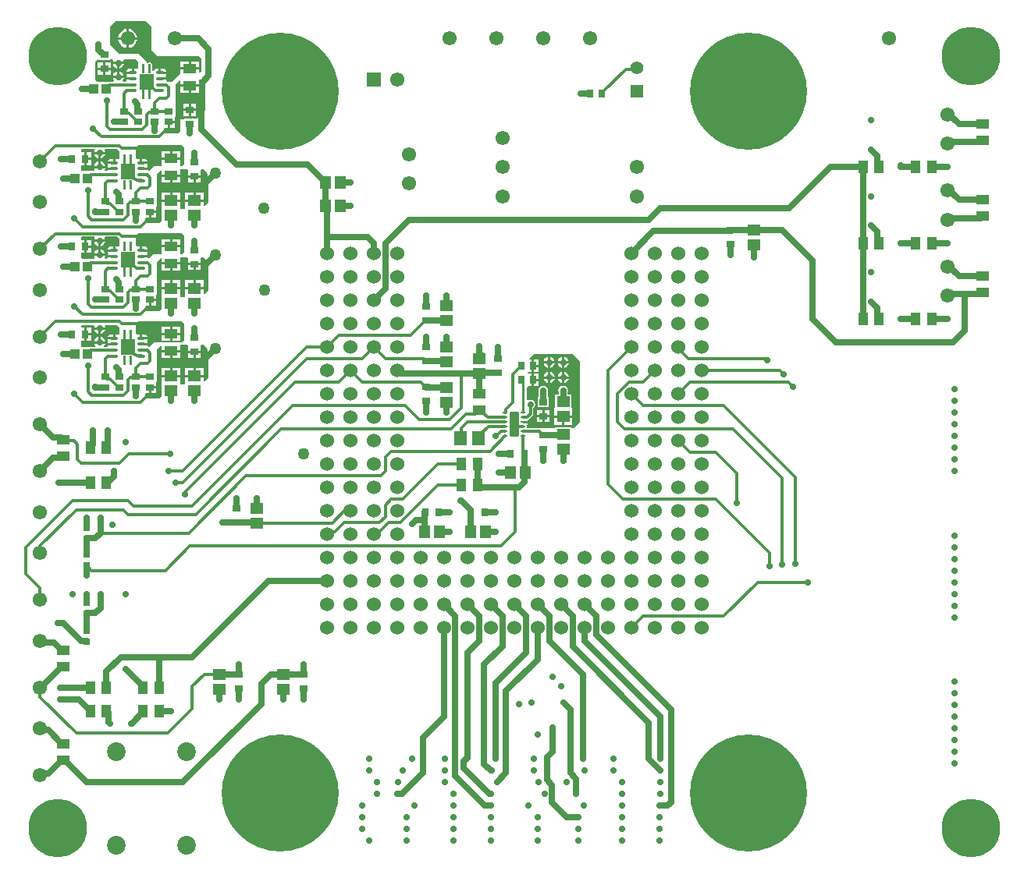
<source format=gbl>
G04*
G04 #@! TF.GenerationSoftware,Altium Limited,Altium Designer,19.1.7 (138)*
G04*
G04 Layer_Physical_Order=4*
G04 Layer_Color=16711680*
%FSLAX25Y25*%
%MOIN*%
G70*
G01*
G75*
%ADD13C,0.01000*%
%ADD23C,0.06000*%
%ADD24C,0.07956*%
%ADD30C,0.01968*%
%ADD32C,0.01200*%
%ADD33C,0.02500*%
%ADD34C,0.06102*%
%ADD35C,0.00394*%
%ADD36R,0.06102X0.06102*%
%ADD37C,0.05512*%
%ADD38R,0.05512X0.05512*%
%ADD39C,0.25000*%
%ADD40C,0.02800*%
%ADD41C,0.05000*%
%ADD42C,0.50000*%
%ADD44R,0.04331X0.05512*%
%ADD45R,0.05512X0.04331*%
G04:AMPARAMS|DCode=46|XSize=13.78mil|YSize=33.47mil|CornerRadius=2mil|HoleSize=0mil|Usage=FLASHONLY|Rotation=90.000|XOffset=0mil|YOffset=0mil|HoleType=Round|Shape=RoundedRectangle|*
%AMROUNDEDRECTD46*
21,1,0.01378,0.02947,0,0,90.0*
21,1,0.00978,0.03347,0,0,90.0*
1,1,0.00400,0.01473,0.00489*
1,1,0.00400,0.01473,-0.00489*
1,1,0.00400,-0.01473,-0.00489*
1,1,0.00400,-0.01473,0.00489*
%
%ADD46ROUNDEDRECTD46*%
G04:AMPARAMS|DCode=47|XSize=68.9mil|YSize=59.06mil|CornerRadius=2.07mil|HoleSize=0mil|Usage=FLASHONLY|Rotation=90.000|XOffset=0mil|YOffset=0mil|HoleType=Round|Shape=RoundedRectangle|*
%AMROUNDEDRECTD47*
21,1,0.06890,0.05492,0,0,90.0*
21,1,0.06476,0.05906,0,0,90.0*
1,1,0.00413,0.02746,0.03238*
1,1,0.00413,0.02746,-0.03238*
1,1,0.00413,-0.02746,-0.03238*
1,1,0.00413,-0.02746,0.03238*
%
%ADD47ROUNDEDRECTD47*%
%ADD48R,0.03543X0.03150*%
%ADD49R,0.03150X0.03543*%
G04:AMPARAMS|DCode=50|XSize=39.37mil|YSize=104.33mil|CornerRadius=1.97mil|HoleSize=0mil|Usage=FLASHONLY|Rotation=180.000|XOffset=0mil|YOffset=0mil|HoleType=Round|Shape=RoundedRectangle|*
%AMROUNDEDRECTD50*
21,1,0.03937,0.10039,0,0,180.0*
21,1,0.03543,0.10433,0,0,180.0*
1,1,0.00394,-0.01772,0.05020*
1,1,0.00394,0.01772,0.05020*
1,1,0.00394,0.01772,-0.05020*
1,1,0.00394,-0.01772,-0.05020*
%
%ADD50ROUNDEDRECTD50*%
G04:AMPARAMS|DCode=51|XSize=19.68mil|YSize=9.84mil|CornerRadius=1.97mil|HoleSize=0mil|Usage=FLASHONLY|Rotation=180.000|XOffset=0mil|YOffset=0mil|HoleType=Round|Shape=RoundedRectangle|*
%AMROUNDEDRECTD51*
21,1,0.01968,0.00591,0,0,180.0*
21,1,0.01575,0.00984,0,0,180.0*
1,1,0.00394,-0.00787,0.00295*
1,1,0.00394,0.00787,0.00295*
1,1,0.00394,0.00787,-0.00295*
1,1,0.00394,-0.00787,-0.00295*
%
%ADD51ROUNDEDRECTD51*%
%ADD52R,0.05709X0.05118*%
%ADD53R,0.04134X0.04134*%
%ADD54R,0.03347X0.02756*%
%ADD55R,0.05709X0.04134*%
%ADD56R,0.05315X0.06102*%
%ADD57R,0.02953X0.03347*%
%ADD58R,0.03150X0.02756*%
%ADD59R,0.05118X0.05709*%
%ADD60C,0.03200*%
G36*
X149500Y442500D02*
Y439769D01*
X149000Y439485D01*
X148666Y439551D01*
X147693D01*
Y437839D01*
X147193D01*
Y437339D01*
X144498D01*
X144589Y436881D01*
X144805Y436559D01*
X144589Y436237D01*
X144498Y435779D01*
X147193D01*
Y434780D01*
X144498D01*
X144554Y434500D01*
X144249Y434000D01*
X143151D01*
X142884Y434500D01*
X143261Y435064D01*
X143348Y435500D01*
X138652D01*
X138739Y435064D01*
X139116Y434500D01*
X138849Y434000D01*
X132000D01*
X131000Y435000D01*
X131000Y442500D01*
X132000Y443500D01*
X132628D01*
Y443278D01*
X137372D01*
Y443500D01*
X138585D01*
X138821Y443059D01*
X138739Y442936D01*
X138652Y442500D01*
X143348D01*
X143261Y442936D01*
X143179Y443059D01*
X143414Y443500D01*
X148500Y443500D01*
X149500Y442500D01*
D02*
G37*
G36*
X152500Y460000D02*
X155000Y457500D01*
Y447500D01*
X157500Y445000D01*
X175500Y445000D01*
X176500Y444000D01*
Y438500D01*
X175854Y437854D01*
X175354Y438061D01*
Y439142D01*
X171500D01*
X167646D01*
Y437500D01*
X167500D01*
X164000Y434000D01*
X161751D01*
X161446Y434500D01*
X161502Y434780D01*
X158807D01*
Y435779D01*
X161502D01*
X161411Y436237D01*
X161195Y436559D01*
X161411Y436881D01*
X161502Y437339D01*
X158807D01*
Y437839D01*
X158307D01*
Y439551D01*
X157334D01*
X156866Y439458D01*
X156469Y439193D01*
X156203Y438796D01*
X156194Y438750D01*
X155684Y438430D01*
X155480Y438510D01*
Y441480D01*
X155290Y441939D01*
X154831Y442130D01*
X153728D01*
X153500Y442035D01*
X153000Y442324D01*
Y442500D01*
X149500Y446000D01*
X141500Y446000D01*
X137500Y450000D01*
X137500Y457500D01*
X140000Y460000D01*
X152500Y460000D01*
D02*
G37*
G36*
X154831Y437445D02*
X153728D01*
Y441480D01*
X154831D01*
Y437445D01*
D02*
G37*
G36*
X152272D02*
X151169D01*
Y441480D01*
X152272D01*
Y437445D01*
D02*
G37*
G36*
X177000Y435000D02*
X178000Y434000D01*
X178000Y422000D01*
X174328Y418328D01*
X173872Y418222D01*
Y418222D01*
X169128D01*
Y418000D01*
X167500Y418000D01*
Y413000D01*
X166500Y412000D01*
X160500Y412000D01*
X160500Y413858D01*
X160842Y414358D01*
X162000D01*
Y416736D01*
X162500D01*
Y417236D01*
X165173D01*
Y419000D01*
X165500D01*
Y433000D01*
X167146Y434646D01*
X167646Y434439D01*
Y432858D01*
X171500D01*
X175354D01*
Y435000D01*
X177000D01*
D02*
G37*
G36*
X154831Y426520D02*
X153728D01*
Y430555D01*
X154831D01*
Y426520D01*
D02*
G37*
G36*
X152272D02*
X151169D01*
Y430555D01*
X152272D01*
Y426520D01*
D02*
G37*
G36*
X141500Y404246D02*
Y401269D01*
X141000Y400985D01*
X140666Y401051D01*
X139693D01*
Y399339D01*
X139193D01*
Y398839D01*
X136498D01*
X136589Y398381D01*
X136805Y398059D01*
X136589Y397737D01*
X136498Y397280D01*
X139193D01*
Y396280D01*
X136498D01*
X136505Y396246D01*
X136095Y395746D01*
X135316D01*
X135049Y396246D01*
X135261Y396564D01*
X135348Y397000D01*
X130652D01*
X130739Y396564D01*
X130951Y396246D01*
X130684Y395746D01*
X125500D01*
X125000Y396246D01*
Y398228D01*
X126453D01*
Y401000D01*
Y403772D01*
X125000D01*
Y404746D01*
X125500Y405246D01*
X130679D01*
X130946Y404746D01*
X130739Y404436D01*
X130652Y404000D01*
X135348D01*
X135261Y404436D01*
X135054Y404746D01*
X135321Y405246D01*
X140500D01*
X141500Y404246D01*
D02*
G37*
G36*
X146831Y398945D02*
X145728D01*
Y402980D01*
X146831D01*
Y398945D01*
D02*
G37*
G36*
X144272D02*
X143169D01*
Y402980D01*
X144272D01*
Y398945D01*
D02*
G37*
G36*
X169000Y405746D02*
Y398746D01*
X168000Y397746D01*
X167718D01*
X167354Y398075D01*
X167354Y398246D01*
Y400642D01*
X163500D01*
X159646D01*
Y398246D01*
X159646Y398075D01*
X159282Y397746D01*
X156000D01*
X154298Y396044D01*
X153927Y396061D01*
X153524Y396280D01*
X150807D01*
Y397280D01*
X153502D01*
X153411Y397737D01*
X153195Y398059D01*
X153411Y398381D01*
X153502Y398839D01*
X150807D01*
Y399339D01*
X150307D01*
Y401051D01*
X149334D01*
X149000Y400985D01*
X148500Y401269D01*
Y405746D01*
X149500Y406746D01*
X168000D01*
X169000Y405746D01*
D02*
G37*
G36*
X170434Y396500D02*
X170728Y396122D01*
X170728Y396000D01*
Y394047D01*
X173500D01*
X176272D01*
Y396000D01*
X176566Y396500D01*
X177500D01*
X178973Y395027D01*
X178970Y395000D01*
X179090Y394086D01*
X179443Y393235D01*
X179500Y393160D01*
X179500Y382500D01*
X177816Y380816D01*
X177354Y381008D01*
Y382650D01*
X173500D01*
X169646D01*
Y379591D01*
X169183Y379500D01*
X167817D01*
X167354Y379591D01*
Y382650D01*
X163500D01*
X159646D01*
Y379591D01*
X159500Y379500D01*
X159500D01*
Y374500D01*
X158500Y373500D01*
X152500Y373500D01*
X152500Y375358D01*
X152842Y375858D01*
X154000D01*
Y378236D01*
X154500D01*
Y378736D01*
X157173D01*
Y380500D01*
X157500D01*
Y394500D01*
X159146Y396146D01*
X159646Y395939D01*
Y394358D01*
X163500D01*
X167354D01*
Y396500D01*
X170434D01*
D02*
G37*
G36*
X146831Y388020D02*
X145728D01*
Y392055D01*
X146831D01*
Y388020D01*
D02*
G37*
G36*
X144272D02*
X143169D01*
Y392055D01*
X144272D01*
Y388020D01*
D02*
G37*
G36*
X141500Y366746D02*
Y363769D01*
X141000Y363485D01*
X140666Y363551D01*
X139693D01*
Y361839D01*
X139193D01*
Y361339D01*
X136498D01*
X136589Y360881D01*
X136805Y360559D01*
X136589Y360237D01*
X136498Y359780D01*
X139193D01*
Y358780D01*
X136498D01*
X136505Y358746D01*
X136095Y358246D01*
X135316D01*
X135049Y358746D01*
X135261Y359064D01*
X135348Y359500D01*
X130652D01*
X130739Y359064D01*
X130951Y358746D01*
X130684Y358246D01*
X125500D01*
X125000Y358746D01*
Y360728D01*
X126453D01*
Y363500D01*
Y366272D01*
X125000D01*
Y367246D01*
X125500Y367746D01*
X130679D01*
X130946Y367246D01*
X130739Y366936D01*
X130652Y366500D01*
X135348D01*
X135261Y366936D01*
X135054Y367246D01*
X135321Y367746D01*
X140500D01*
X141500Y366746D01*
D02*
G37*
G36*
X146831Y361445D02*
X145728D01*
Y365480D01*
X146831D01*
Y361445D01*
D02*
G37*
G36*
X144272D02*
X143169D01*
Y365480D01*
X144272D01*
Y361445D01*
D02*
G37*
G36*
X169000Y368246D02*
Y361246D01*
X168000Y360246D01*
X167718D01*
X167354Y360575D01*
X167354Y360746D01*
Y363142D01*
X163500D01*
X159646D01*
Y360746D01*
X159646Y360575D01*
X159282Y360246D01*
X156000D01*
X154298Y358544D01*
X153927Y358561D01*
X153524Y358780D01*
X150807D01*
Y359780D01*
X153502D01*
X153411Y360237D01*
X153195Y360559D01*
X153411Y360881D01*
X153502Y361339D01*
X150807D01*
Y361839D01*
X150307D01*
Y363551D01*
X149334D01*
X149000Y363485D01*
X148500Y363769D01*
Y368246D01*
X149500Y369246D01*
X168000D01*
X169000Y368246D01*
D02*
G37*
G36*
X170434Y359000D02*
X170728Y358622D01*
X170728Y358500D01*
Y356547D01*
X173500D01*
X176272D01*
Y358500D01*
X176566Y359000D01*
X177500D01*
X179500Y357000D01*
X179500Y345000D01*
X177816Y343316D01*
X177354Y343508D01*
Y345150D01*
X173500D01*
X169646D01*
Y342091D01*
X169183Y342000D01*
X167817D01*
X167354Y342091D01*
Y345150D01*
X163500D01*
X159646D01*
Y342091D01*
X159500Y342000D01*
X159500D01*
Y337000D01*
X158500Y336000D01*
X152500Y336000D01*
X152500Y337858D01*
X152842Y338358D01*
X154000D01*
Y340736D01*
X154500D01*
Y341236D01*
X157173D01*
Y343000D01*
X157500D01*
Y357000D01*
X159146Y358646D01*
X159646Y358439D01*
Y356858D01*
X163500D01*
X167354D01*
Y359000D01*
X170434D01*
D02*
G37*
G36*
X146831Y350520D02*
X145728D01*
Y354555D01*
X146831D01*
Y350520D01*
D02*
G37*
G36*
X144272D02*
X143169D01*
Y354555D01*
X144272D01*
Y350520D01*
D02*
G37*
G36*
X141500Y329000D02*
Y326269D01*
X141000Y325985D01*
X140666Y326051D01*
X139693D01*
Y324339D01*
X139193D01*
Y323839D01*
X136498D01*
X136589Y323381D01*
X136805Y323059D01*
X136589Y322737D01*
X136498Y322280D01*
X139193D01*
Y321280D01*
X136498D01*
X136554Y321000D01*
X136249Y320500D01*
X135151D01*
X134884Y321000D01*
X135261Y321564D01*
X135348Y322000D01*
X130652D01*
X130739Y321564D01*
X131116Y321000D01*
X130849Y320500D01*
X125500D01*
X125000Y321000D01*
Y323228D01*
X126453D01*
Y326000D01*
Y328772D01*
X125000D01*
Y329500D01*
X125500Y330000D01*
X130586D01*
X130821Y329559D01*
X130739Y329436D01*
X130652Y329000D01*
X135348D01*
X135261Y329436D01*
X135179Y329559D01*
X135415Y330000D01*
X140500D01*
X141500Y329000D01*
D02*
G37*
G36*
X146831Y323945D02*
X145728D01*
Y327980D01*
X146831D01*
Y323945D01*
D02*
G37*
G36*
X144272D02*
X143169D01*
Y327980D01*
X144272D01*
Y323945D01*
D02*
G37*
G36*
X169000Y330500D02*
Y323500D01*
X168000Y322500D01*
X156000D01*
X154189Y320689D01*
X153818Y320725D01*
X153484Y321192D01*
X153502Y321280D01*
X150807D01*
Y322280D01*
X153502D01*
X153411Y322737D01*
X153195Y323059D01*
X153411Y323381D01*
X153502Y323839D01*
X150807D01*
Y324339D01*
X150307D01*
Y326051D01*
X149334D01*
X149000Y325985D01*
X148500Y326269D01*
Y330500D01*
X149500Y331500D01*
X168000D01*
X169000Y330500D01*
D02*
G37*
G36*
X170434Y321500D02*
X170728Y321122D01*
X170728Y321000D01*
Y319047D01*
X173500D01*
X176272D01*
Y321000D01*
X176566Y321500D01*
X177500D01*
X178973Y320027D01*
X178970Y320000D01*
X179090Y319086D01*
X179443Y318235D01*
X179500Y318160D01*
X179500Y307500D01*
X177816Y305816D01*
X177354Y306008D01*
Y307650D01*
X173500D01*
X169646D01*
Y304591D01*
X169183Y304500D01*
X167817D01*
X167354Y304591D01*
Y307650D01*
X163500D01*
X159646D01*
Y304591D01*
X159500Y304500D01*
X159500D01*
Y299500D01*
X158500Y298500D01*
X152500Y298500D01*
X152500Y300358D01*
X152842Y300858D01*
X154000D01*
Y303236D01*
X154500D01*
Y303736D01*
X157173D01*
Y305500D01*
X157500D01*
Y319500D01*
X159146Y321146D01*
X159646Y320939D01*
Y319358D01*
X163500D01*
X167354D01*
Y321500D01*
X170434D01*
D02*
G37*
G36*
X146831Y313020D02*
X145728D01*
Y317055D01*
X146831D01*
Y313020D01*
D02*
G37*
G36*
X144272D02*
X143169D01*
Y317055D01*
X144272D01*
Y313020D01*
D02*
G37*
G36*
X338000Y314500D02*
X338000Y288500D01*
X335500Y286000D01*
X334454D01*
Y286309D01*
X327546D01*
Y286000D01*
X315521D01*
X315340Y286221D01*
Y286811D01*
X315278Y287122D01*
X315218Y287211D01*
X315390Y287326D01*
X315655Y287722D01*
X315707Y287984D01*
X313740D01*
Y288984D01*
X315813D01*
X315921Y289322D01*
X316318Y289588D01*
X317865Y291135D01*
X318130Y291532D01*
X318224Y292000D01*
Y294412D01*
X318442Y294558D01*
X318884Y295220D01*
X319039Y296000D01*
X318884Y296780D01*
X318442Y297442D01*
X317780Y297884D01*
X317000Y298039D01*
X316220Y297884D01*
X316000Y297737D01*
X315500Y298005D01*
X315500Y303385D01*
X316000Y303827D01*
X317618D01*
Y306500D01*
Y309173D01*
X316015Y309173D01*
X315949Y309348D01*
X316302Y309827D01*
X317618D01*
Y312500D01*
Y315173D01*
X316827D01*
X316635Y315635D01*
X318500Y317500D01*
X335000Y317500D01*
X338000Y314500D01*
D02*
G37*
%LPC*%
G36*
X137772Y442122D02*
X135500D01*
Y440047D01*
X137772D01*
Y442122D01*
D02*
G37*
G36*
X134500D02*
X132228D01*
Y440047D01*
X134500D01*
Y442122D01*
D02*
G37*
G36*
X143348Y441500D02*
X141500D01*
Y439652D01*
X141936Y439739D01*
X142730Y440270D01*
X143261Y441064D01*
X143348Y441500D01*
D02*
G37*
G36*
X140500D02*
X138652D01*
X138739Y441064D01*
X139270Y440270D01*
X140064Y439739D01*
X140500Y439652D01*
Y441500D01*
D02*
G37*
G36*
X146693Y439551D02*
X145720D01*
X145251Y439458D01*
X144854Y439193D01*
X144589Y438796D01*
X144498Y438339D01*
X146693D01*
Y439551D01*
D02*
G37*
G36*
X137772Y439047D02*
X135500D01*
Y436972D01*
X137772D01*
Y439047D01*
D02*
G37*
G36*
X134500D02*
X132228D01*
Y436972D01*
X134500D01*
Y439047D01*
D02*
G37*
G36*
X141500Y438348D02*
Y436500D01*
X143348D01*
X143261Y436936D01*
X142730Y437730D01*
X141936Y438261D01*
X141500Y438348D01*
D02*
G37*
G36*
X140500D02*
X140064Y438261D01*
X139270Y437730D01*
X138739Y436936D01*
X138652Y436500D01*
X140500D01*
Y438348D01*
D02*
G37*
G36*
X145500Y456520D02*
Y453000D01*
X149020D01*
X148947Y453558D01*
X148539Y454543D01*
X147889Y455389D01*
X147043Y456039D01*
X146058Y456447D01*
X145500Y456520D01*
D02*
G37*
G36*
X144500D02*
X143942Y456447D01*
X142957Y456039D01*
X142111Y455389D01*
X141461Y454543D01*
X141053Y453558D01*
X140980Y453000D01*
X144500D01*
Y456520D01*
D02*
G37*
G36*
X149020Y452000D02*
X145500D01*
Y448480D01*
X146058Y448553D01*
X147043Y448961D01*
X147889Y449611D01*
X148539Y450457D01*
X148947Y451442D01*
X149020Y452000D01*
D02*
G37*
G36*
X144500D02*
X140980D01*
X141053Y451442D01*
X141461Y450457D01*
X142111Y449611D01*
X142957Y448961D01*
X143942Y448553D01*
X144500Y448480D01*
Y452000D01*
D02*
G37*
G36*
X175354Y442709D02*
X172000D01*
Y440142D01*
X175354D01*
Y442709D01*
D02*
G37*
G36*
X171000D02*
X167646D01*
Y440142D01*
X171000D01*
Y442709D01*
D02*
G37*
G36*
X160281Y439551D02*
X159307D01*
Y438339D01*
X161502D01*
X161411Y438796D01*
X161145Y439193D01*
X160749Y439458D01*
X160281Y439551D01*
D02*
G37*
G36*
X175354Y431858D02*
X172000D01*
Y429291D01*
X175354D01*
Y431858D01*
D02*
G37*
G36*
X171000D02*
X167646D01*
Y429291D01*
X171000D01*
Y431858D01*
D02*
G37*
G36*
X174272Y424528D02*
X172000D01*
Y422453D01*
X174272D01*
Y424528D01*
D02*
G37*
G36*
X171000D02*
X168728D01*
Y422453D01*
X171000D01*
Y424528D01*
D02*
G37*
G36*
X174272Y421453D02*
X172000D01*
Y419378D01*
X174272D01*
Y421453D01*
D02*
G37*
G36*
X171000D02*
X168728D01*
Y419378D01*
X171000D01*
Y421453D01*
D02*
G37*
G36*
X165173Y416236D02*
X163000D01*
Y414358D01*
X165173D01*
Y416236D01*
D02*
G37*
G36*
X129528Y403772D02*
X127453D01*
Y401500D01*
X129528D01*
Y403772D01*
D02*
G37*
G36*
X135348Y403000D02*
X133500D01*
Y401152D01*
X133936Y401239D01*
X134730Y401770D01*
X135261Y402564D01*
X135348Y403000D01*
D02*
G37*
G36*
X132500D02*
X130652D01*
X130739Y402564D01*
X131270Y401770D01*
X132064Y401239D01*
X132500Y401152D01*
Y403000D01*
D02*
G37*
G36*
X138693Y401051D02*
X137720D01*
X137251Y400958D01*
X136855Y400693D01*
X136589Y400296D01*
X136498Y399839D01*
X138693D01*
Y401051D01*
D02*
G37*
G36*
X129528Y400500D02*
X127453D01*
Y398228D01*
X129528D01*
Y400500D01*
D02*
G37*
G36*
X133500Y399848D02*
Y398000D01*
X135348D01*
X135261Y398436D01*
X134730Y399230D01*
X133936Y399761D01*
X133500Y399848D01*
D02*
G37*
G36*
X132500D02*
X132064Y399761D01*
X131270Y399230D01*
X130739Y398436D01*
X130652Y398000D01*
X132500D01*
Y399848D01*
D02*
G37*
G36*
X167354Y404209D02*
X164000D01*
Y401642D01*
X167354D01*
Y404209D01*
D02*
G37*
G36*
X163000D02*
X159646D01*
Y401642D01*
X163000D01*
Y404209D01*
D02*
G37*
G36*
X152280Y401051D02*
X151307D01*
Y399839D01*
X153502D01*
X153411Y400296D01*
X153146Y400693D01*
X152749Y400958D01*
X152280Y401051D01*
D02*
G37*
G36*
X176272Y393047D02*
X174000D01*
Y390972D01*
X176272D01*
Y393047D01*
D02*
G37*
G36*
X173000D02*
X170728D01*
Y390972D01*
X173000D01*
Y393047D01*
D02*
G37*
G36*
X167354Y393358D02*
X164000D01*
Y390791D01*
X167354D01*
Y393358D01*
D02*
G37*
G36*
X163000D02*
X159646D01*
Y390791D01*
X163000D01*
Y393358D01*
D02*
G37*
G36*
X177354Y386709D02*
X174000D01*
Y383650D01*
X177354D01*
Y386709D01*
D02*
G37*
G36*
X167354D02*
X164000D01*
Y383650D01*
X167354D01*
Y386709D01*
D02*
G37*
G36*
X173000D02*
X169646D01*
Y383650D01*
X173000D01*
Y386709D01*
D02*
G37*
G36*
X163000D02*
X159646D01*
Y383650D01*
X163000D01*
Y386709D01*
D02*
G37*
G36*
X157173Y377736D02*
X155000D01*
Y375858D01*
X157173D01*
Y377736D01*
D02*
G37*
G36*
X129528Y366272D02*
X127453D01*
Y364000D01*
X129528D01*
Y366272D01*
D02*
G37*
G36*
X135348Y365500D02*
X133500D01*
Y363652D01*
X133936Y363739D01*
X134730Y364270D01*
X135261Y365064D01*
X135348Y365500D01*
D02*
G37*
G36*
X132500D02*
X130652D01*
X130739Y365064D01*
X131270Y364270D01*
X132064Y363739D01*
X132500Y363652D01*
Y365500D01*
D02*
G37*
G36*
X138693Y363551D02*
X137720D01*
X137251Y363458D01*
X136855Y363193D01*
X136589Y362796D01*
X136498Y362339D01*
X138693D01*
Y363551D01*
D02*
G37*
G36*
X129528Y363000D02*
X127453D01*
Y360728D01*
X129528D01*
Y363000D01*
D02*
G37*
G36*
X133500Y362348D02*
Y360500D01*
X135348D01*
X135261Y360936D01*
X134730Y361730D01*
X133936Y362261D01*
X133500Y362348D01*
D02*
G37*
G36*
X132500D02*
X132064Y362261D01*
X131270Y361730D01*
X130739Y360936D01*
X130652Y360500D01*
X132500D01*
Y362348D01*
D02*
G37*
G36*
X167354Y366709D02*
X164000D01*
Y364142D01*
X167354D01*
Y366709D01*
D02*
G37*
G36*
X163000D02*
X159646D01*
Y364142D01*
X163000D01*
Y366709D01*
D02*
G37*
G36*
X152280Y363551D02*
X151307D01*
Y362339D01*
X153502D01*
X153411Y362796D01*
X153146Y363193D01*
X152749Y363458D01*
X152280Y363551D01*
D02*
G37*
G36*
X176272Y355547D02*
X174000D01*
Y353472D01*
X176272D01*
Y355547D01*
D02*
G37*
G36*
X173000D02*
X170728D01*
Y353472D01*
X173000D01*
Y355547D01*
D02*
G37*
G36*
X167354Y355858D02*
X164000D01*
Y353291D01*
X167354D01*
Y355858D01*
D02*
G37*
G36*
X163000D02*
X159646D01*
Y353291D01*
X163000D01*
Y355858D01*
D02*
G37*
G36*
X177354Y349209D02*
X174000D01*
Y346150D01*
X177354D01*
Y349209D01*
D02*
G37*
G36*
X167354D02*
X164000D01*
Y346150D01*
X167354D01*
Y349209D01*
D02*
G37*
G36*
X173000D02*
X169646D01*
Y346150D01*
X173000D01*
Y349209D01*
D02*
G37*
G36*
X163000D02*
X159646D01*
Y346150D01*
X163000D01*
Y349209D01*
D02*
G37*
G36*
X157173Y340236D02*
X155000D01*
Y338358D01*
X157173D01*
Y340236D01*
D02*
G37*
G36*
X129528Y328772D02*
X127453D01*
Y326500D01*
X129528D01*
Y328772D01*
D02*
G37*
G36*
X135348Y328000D02*
X133500D01*
Y326152D01*
X133936Y326239D01*
X134730Y326770D01*
X135261Y327564D01*
X135348Y328000D01*
D02*
G37*
G36*
X132500D02*
X130652D01*
X130739Y327564D01*
X131270Y326770D01*
X132064Y326239D01*
X132500Y326152D01*
Y328000D01*
D02*
G37*
G36*
X138693Y326051D02*
X137720D01*
X137251Y325958D01*
X136855Y325693D01*
X136589Y325296D01*
X136498Y324839D01*
X138693D01*
Y326051D01*
D02*
G37*
G36*
X129528Y325500D02*
X127453D01*
Y323228D01*
X129528D01*
Y325500D01*
D02*
G37*
G36*
X133500Y324848D02*
Y323000D01*
X135348D01*
X135261Y323436D01*
X134730Y324230D01*
X133936Y324761D01*
X133500Y324848D01*
D02*
G37*
G36*
X132500D02*
X132064Y324761D01*
X131270Y324230D01*
X130739Y323436D01*
X130652Y323000D01*
X132500D01*
Y324848D01*
D02*
G37*
G36*
X167354Y329209D02*
X164000D01*
Y326642D01*
X167354D01*
Y329209D01*
D02*
G37*
G36*
X163000D02*
X159646D01*
Y326642D01*
X163000D01*
Y329209D01*
D02*
G37*
G36*
X152280Y326051D02*
X151307D01*
Y324839D01*
X153502D01*
X153411Y325296D01*
X153146Y325693D01*
X152749Y325958D01*
X152280Y326051D01*
D02*
G37*
G36*
X167354Y325642D02*
X164000D01*
Y323075D01*
X167354D01*
Y325642D01*
D02*
G37*
G36*
X163000D02*
X159646D01*
Y323075D01*
X163000D01*
Y325642D01*
D02*
G37*
G36*
X176272Y318047D02*
X174000D01*
Y315972D01*
X176272D01*
Y318047D01*
D02*
G37*
G36*
X173000D02*
X170728D01*
Y315972D01*
X173000D01*
Y318047D01*
D02*
G37*
G36*
X167354Y318358D02*
X164000D01*
Y315791D01*
X167354D01*
Y318358D01*
D02*
G37*
G36*
X163000D02*
X159646D01*
Y315791D01*
X163000D01*
Y318358D01*
D02*
G37*
G36*
X167354Y311709D02*
X164000D01*
Y308650D01*
X167354D01*
Y311709D01*
D02*
G37*
G36*
X177354D02*
X174000D01*
Y308650D01*
X177354D01*
Y311709D01*
D02*
G37*
G36*
X173000D02*
X169646D01*
Y308650D01*
X173000D01*
Y311709D01*
D02*
G37*
G36*
X163000D02*
X159646D01*
Y308650D01*
X163000D01*
Y311709D01*
D02*
G37*
G36*
X157173Y302736D02*
X155000D01*
Y300858D01*
X157173D01*
Y302736D01*
D02*
G37*
G36*
X331500Y316348D02*
Y314500D01*
X333348D01*
X333261Y314936D01*
X332730Y315730D01*
X331936Y316261D01*
X331500Y316348D01*
D02*
G37*
G36*
X330500D02*
X330064Y316261D01*
X329270Y315730D01*
X328739Y314936D01*
X328652Y314500D01*
X330500D01*
Y316348D01*
D02*
G37*
G36*
X325500D02*
Y314500D01*
X327348D01*
X327261Y314936D01*
X326730Y315730D01*
X325936Y316261D01*
X325500Y316348D01*
D02*
G37*
G36*
X324500D02*
X324064Y316261D01*
X323270Y315730D01*
X322739Y314936D01*
X322652Y314500D01*
X324500D01*
Y316348D01*
D02*
G37*
G36*
X320595Y315173D02*
X318618D01*
Y313000D01*
X320595D01*
Y315173D01*
D02*
G37*
G36*
X333348Y313500D02*
X331500D01*
Y311652D01*
X331936Y311739D01*
X332730Y312270D01*
X333261Y313064D01*
X333348Y313500D01*
D02*
G37*
G36*
X330500D02*
X328652D01*
X328739Y313064D01*
X329270Y312270D01*
X330064Y311739D01*
X330500Y311652D01*
Y313500D01*
D02*
G37*
G36*
X327348D02*
X325500D01*
Y311652D01*
X325936Y311739D01*
X326730Y312270D01*
X327261Y313064D01*
X327348Y313500D01*
D02*
G37*
G36*
X324500D02*
X322652D01*
X322739Y313064D01*
X323270Y312270D01*
X324064Y311739D01*
X324500Y311652D01*
Y313500D01*
D02*
G37*
G36*
X320595Y312000D02*
X318618D01*
Y309827D01*
X320595D01*
Y312000D01*
D02*
G37*
G36*
X331500Y309848D02*
Y308000D01*
X333348D01*
X333261Y308436D01*
X332730Y309230D01*
X331936Y309761D01*
X331500Y309848D01*
D02*
G37*
G36*
X330500D02*
X330064Y309761D01*
X329270Y309230D01*
X328739Y308436D01*
X328652Y308000D01*
X330500D01*
Y309848D01*
D02*
G37*
G36*
X325500D02*
Y308000D01*
X327348D01*
X327261Y308436D01*
X326730Y309230D01*
X325936Y309761D01*
X325500Y309848D01*
D02*
G37*
G36*
X324500D02*
X324064Y309761D01*
X323270Y309230D01*
X322739Y308436D01*
X322652Y308000D01*
X324500D01*
Y309848D01*
D02*
G37*
G36*
X318618Y309173D02*
Y307000D01*
X320595D01*
Y309173D01*
X318618D01*
D02*
G37*
G36*
X333348Y307000D02*
X331500D01*
Y305152D01*
X331936Y305239D01*
X332730Y305770D01*
X333261Y306564D01*
X333348Y307000D01*
D02*
G37*
G36*
X330500D02*
X328652D01*
X328739Y306564D01*
X329270Y305770D01*
X330064Y305239D01*
X330500Y305152D01*
Y307000D01*
D02*
G37*
G36*
X327348D02*
X325500D01*
Y305152D01*
X325936Y305239D01*
X326730Y305770D01*
X327261Y306564D01*
X327348Y307000D01*
D02*
G37*
G36*
X324500D02*
X322652D01*
X322739Y306564D01*
X323270Y305770D01*
X324064Y305239D01*
X324500Y305152D01*
Y307000D01*
D02*
G37*
G36*
X320595Y306000D02*
X318618D01*
Y303827D01*
X320595D01*
Y306000D01*
D02*
G37*
G36*
X322500Y304039D02*
X321720Y303884D01*
X321058Y303442D01*
X320616Y302780D01*
X320461Y302000D01*
X320614Y301231D01*
Y299128D01*
X320128D01*
Y294778D01*
X324872D01*
Y299128D01*
X324386D01*
Y301231D01*
X324539Y302000D01*
X324384Y302780D01*
X323942Y303442D01*
X323280Y303884D01*
X322500Y304039D01*
D02*
G37*
G36*
X325272Y293622D02*
X323000D01*
Y291547D01*
X325272D01*
Y293622D01*
D02*
G37*
G36*
X322000D02*
X319728D01*
Y291547D01*
X322000D01*
Y293622D01*
D02*
G37*
G36*
X331000Y304039D02*
X330220Y303884D01*
X329558Y303442D01*
X329116Y302780D01*
X328961Y302000D01*
X329114Y301231D01*
Y300309D01*
X327546D01*
Y294409D01*
X327146D01*
Y291350D01*
X334854D01*
Y294409D01*
X334454D01*
Y300309D01*
X332886D01*
Y301231D01*
X333039Y302000D01*
X332884Y302780D01*
X332442Y303442D01*
X331780Y303884D01*
X331000Y304039D01*
D02*
G37*
G36*
X325272Y290547D02*
X323000D01*
Y288472D01*
X325272D01*
Y290547D01*
D02*
G37*
G36*
X322000D02*
X319728D01*
Y288472D01*
X322000D01*
Y290547D01*
D02*
G37*
G36*
X334854Y290350D02*
X331500D01*
Y287291D01*
X334854D01*
Y290350D01*
D02*
G37*
G36*
X330500D02*
X327146D01*
Y287291D01*
X330500D01*
Y290350D01*
D02*
G37*
%LPD*%
D13*
X313740Y292421D02*
Y305000D01*
D23*
X230000Y200500D02*
D03*
X250000D02*
D03*
X240000Y210500D02*
D03*
Y200500D02*
D03*
X230000Y210500D02*
D03*
Y220500D02*
D03*
X240000D02*
D03*
Y230500D02*
D03*
X250000D02*
D03*
X230000Y240500D02*
D03*
Y250500D02*
D03*
Y230500D02*
D03*
X240000Y250500D02*
D03*
Y240500D02*
D03*
X260000Y200500D02*
D03*
Y210500D02*
D03*
X270000Y200500D02*
D03*
X300000D02*
D03*
X280000D02*
D03*
X290000D02*
D03*
X250000Y210500D02*
D03*
Y220500D02*
D03*
X270000Y210500D02*
D03*
X260000Y220500D02*
D03*
X270000D02*
D03*
X250000Y240500D02*
D03*
Y250500D02*
D03*
X260000Y230500D02*
D03*
Y250500D02*
D03*
Y240500D02*
D03*
X280000Y210500D02*
D03*
Y220500D02*
D03*
X290000Y210500D02*
D03*
Y220500D02*
D03*
X300000Y210500D02*
D03*
X280000Y230500D02*
D03*
X270000D02*
D03*
X300000Y220500D02*
D03*
X290000Y230500D02*
D03*
X300000D02*
D03*
X230000Y260500D02*
D03*
Y280500D02*
D03*
Y270500D02*
D03*
Y290500D02*
D03*
Y310500D02*
D03*
Y300500D02*
D03*
Y350500D02*
D03*
Y360500D02*
D03*
Y320500D02*
D03*
Y340500D02*
D03*
Y330500D02*
D03*
X240000Y260500D02*
D03*
Y270500D02*
D03*
X250000Y260500D02*
D03*
Y270500D02*
D03*
X240000Y280500D02*
D03*
Y290500D02*
D03*
X250000Y280500D02*
D03*
X240000Y310500D02*
D03*
Y300500D02*
D03*
X260000Y270500D02*
D03*
X250000Y290500D02*
D03*
X260000Y260500D02*
D03*
Y290500D02*
D03*
Y280500D02*
D03*
X250000Y300500D02*
D03*
Y310500D02*
D03*
X260000Y300500D02*
D03*
X250000Y320500D02*
D03*
X260000Y310500D02*
D03*
X240000Y330500D02*
D03*
Y340500D02*
D03*
Y320500D02*
D03*
X250000Y350500D02*
D03*
Y330500D02*
D03*
X240000Y350500D02*
D03*
Y360500D02*
D03*
X250000D02*
D03*
X260000Y330500D02*
D03*
X250000Y340500D02*
D03*
X260000Y320500D02*
D03*
Y350500D02*
D03*
Y340500D02*
D03*
Y360500D02*
D03*
X320000Y200500D02*
D03*
X310000D02*
D03*
X330000Y210500D02*
D03*
Y200500D02*
D03*
X340000D02*
D03*
X350000D02*
D03*
X360000D02*
D03*
X310000Y210500D02*
D03*
Y220500D02*
D03*
X320000Y210500D02*
D03*
Y220500D02*
D03*
Y230500D02*
D03*
X310000D02*
D03*
X330000Y220500D02*
D03*
Y230500D02*
D03*
X340000D02*
D03*
Y210500D02*
D03*
Y220500D02*
D03*
X350000Y210500D02*
D03*
Y220500D02*
D03*
X360000Y210500D02*
D03*
Y230500D02*
D03*
X350000D02*
D03*
X360000Y220500D02*
D03*
Y250500D02*
D03*
Y240500D02*
D03*
X370000Y200500D02*
D03*
Y210500D02*
D03*
X380000D02*
D03*
Y200500D02*
D03*
X390000D02*
D03*
X370000Y220500D02*
D03*
Y230500D02*
D03*
X380000Y220500D02*
D03*
Y230500D02*
D03*
X390000Y220500D02*
D03*
X370000Y240500D02*
D03*
Y250500D02*
D03*
X390000Y230500D02*
D03*
X380000Y250500D02*
D03*
Y240500D02*
D03*
X390000Y210500D02*
D03*
Y240500D02*
D03*
X360000Y260500D02*
D03*
Y270500D02*
D03*
X370000D02*
D03*
Y280500D02*
D03*
X360000D02*
D03*
Y290500D02*
D03*
X370000D02*
D03*
X360000Y310500D02*
D03*
Y300500D02*
D03*
X380000Y260500D02*
D03*
X370000D02*
D03*
X380000Y270500D02*
D03*
Y290500D02*
D03*
Y280500D02*
D03*
X370000Y300500D02*
D03*
Y310500D02*
D03*
X380000Y300500D02*
D03*
Y320500D02*
D03*
Y310500D02*
D03*
X360000Y320500D02*
D03*
Y330500D02*
D03*
X370000Y340500D02*
D03*
X360000D02*
D03*
Y360500D02*
D03*
Y350500D02*
D03*
X370000Y320500D02*
D03*
Y330500D02*
D03*
X380000D02*
D03*
X370000Y350500D02*
D03*
X380000Y340500D02*
D03*
X370000Y360500D02*
D03*
X380000Y350500D02*
D03*
Y360500D02*
D03*
X390000Y250500D02*
D03*
Y260500D02*
D03*
Y270500D02*
D03*
Y280500D02*
D03*
Y300500D02*
D03*
Y290500D02*
D03*
Y310500D02*
D03*
Y320500D02*
D03*
Y340500D02*
D03*
Y330500D02*
D03*
Y350500D02*
D03*
Y360500D02*
D03*
D24*
X140000Y147500D02*
D03*
Y107500D02*
D03*
X170000D02*
D03*
Y147500D02*
D03*
D30*
X310000Y283268D02*
D03*
Y287500D02*
D03*
Y291732D02*
D03*
D32*
X145000Y249000D02*
X174000D01*
X143000Y251000D02*
X145000Y249000D01*
X123000Y251000D02*
X143000D01*
X107500Y235500D02*
X123000Y251000D01*
X107500Y232500D02*
Y235500D01*
X174000Y249000D02*
X210500Y285500D01*
X216500Y305500D02*
X235000D01*
X169500Y258500D02*
X216500Y305500D01*
X169500Y257500D02*
Y258500D01*
X221500Y315500D02*
X245000D01*
X168500Y262500D02*
X221500Y315500D01*
X165500Y262500D02*
X168500D01*
X221500Y320500D02*
X230000D01*
X168500Y267500D02*
X221500Y320500D01*
X162500Y267500D02*
X168500D01*
X145500Y275000D02*
X163000D01*
X199803Y245547D02*
X201303D01*
X141445Y270945D02*
X145500Y275000D01*
X210500Y285500D02*
X283000D01*
X289490Y291990D01*
X293435D01*
X295000Y293555D01*
X295590D01*
X298693Y290453D01*
X306260D01*
X299681Y276000D02*
X306260Y282579D01*
X257500Y276000D02*
X299681D01*
X255000Y273500D02*
X257500Y276000D01*
X277500Y270500D02*
X287555D01*
X277500Y261500D02*
X287555D01*
X289984Y288484D02*
X306260D01*
X255000Y267500D02*
Y273500D01*
X253000Y265500D02*
X255000Y267500D01*
X195500Y265500D02*
X253000D01*
X147500Y252500D02*
X172500D01*
X145000Y255000D02*
X147500Y252500D01*
X121500Y255000D02*
X145000D01*
X101500Y235000D02*
X121500Y255000D01*
X172500Y252500D02*
X215500Y295500D01*
X153000Y433508D02*
X155353Y431155D01*
X145000Y395008D02*
X147353Y392655D01*
X145000Y357508D02*
X147353Y355155D01*
X145000Y320008D02*
X147353Y317655D01*
X125055Y270945D02*
X141445D01*
X123500Y272500D02*
X125055Y270945D01*
X123500Y272500D02*
Y279000D01*
X117945Y280500D02*
X122000D01*
X117500Y280945D02*
X117945Y280500D01*
X122000D02*
X123500Y279000D01*
X116585Y281860D02*
X117175D01*
X107500Y400000D02*
X114000Y406500D01*
X141500D01*
X142500Y405500D01*
X154500D01*
X107500Y362500D02*
X114000Y369000D01*
X107500Y325000D02*
X114000Y331500D01*
X141500D01*
X101500Y223500D02*
Y235000D01*
Y223500D02*
X107500Y217500D01*
X133500Y241000D02*
X171000D01*
X215500Y295500D02*
X263500D01*
X171000Y241000D02*
X195500Y265500D01*
X107500Y212500D02*
Y217500D01*
Y211500D02*
Y212500D01*
X282500Y289500D02*
X287500Y294500D01*
X269500Y289500D02*
X282500D01*
X263500Y295500D02*
X269500Y289500D01*
X287500Y281937D02*
Y286000D01*
X287063Y281500D02*
X287500Y281937D01*
Y286000D02*
X289984Y288484D01*
X310500Y241500D02*
Y260500D01*
X287500Y294500D02*
Y309350D01*
Y309500D01*
X299016Y286516D02*
X306260D01*
X293563Y281063D02*
X299016Y286516D01*
X306392Y292421D02*
Y293892D01*
X309500Y309059D02*
X312441Y312000D01*
X309500Y297000D02*
Y309059D01*
X306392Y293892D02*
X309500Y297000D01*
X161000Y225000D02*
X171500Y235500D01*
X129638Y225000D02*
X161000D01*
X127500Y227138D02*
X129638Y225000D01*
X348632Y430073D02*
X357944Y439385D01*
X348435Y430073D02*
X348632D01*
X357944Y439385D02*
X361885D01*
X272047Y240197D02*
Y241697D01*
X257500Y255500D02*
X262500D01*
X255000Y253000D02*
X257500Y255500D01*
X261500Y245500D02*
X277500Y261500D01*
X256500Y245500D02*
X261500D01*
X171500Y235500D02*
X304500D01*
X271949Y241598D02*
X272047Y241697D01*
X250918Y241418D02*
X252418D01*
X256500Y245500D01*
X252500D02*
X255000Y248000D01*
Y253000D01*
X272024Y250024D02*
X272047Y250000D01*
X250000Y240500D02*
X250918Y241418D01*
X262500Y255500D02*
X277500Y270500D01*
X220000Y180453D02*
X220197D01*
X235000Y305500D02*
X240000Y310500D01*
X245000Y315500D02*
X250000Y320500D01*
X304480Y284547D02*
X306260D01*
X302433Y282500D02*
X304480Y284547D01*
X361885Y439385D02*
X362500Y440000D01*
X347559Y429197D02*
X348435Y430073D01*
X347559Y429000D02*
Y429197D01*
X317000Y292000D02*
Y296000D01*
X315453Y290453D02*
X317000Y292000D01*
X313740Y290453D02*
X315453D01*
X302000Y282500D02*
X302433D01*
X304500Y235500D02*
X310500Y241500D01*
X232350Y245350D02*
X237500Y250500D01*
X200000Y245350D02*
X232350D01*
X191453Y245500D02*
X191500Y245547D01*
X237500Y250500D02*
X240000D01*
X237500Y245500D02*
X252500D01*
X233418Y241418D02*
X237500Y245500D01*
X230918Y241418D02*
X233418D01*
X230000Y240500D02*
X230918Y241418D01*
X306260Y292421D02*
X306392D01*
X271850Y241500D02*
X271949Y241598D01*
X271547Y315500D02*
X272500Y314547D01*
X255000Y315500D02*
X271547D01*
X265756Y325500D02*
X271053Y330797D01*
X235000Y325500D02*
X265756D01*
X177650Y180650D02*
X184000D01*
X172500Y175500D02*
X177650Y180650D01*
X172500Y166000D02*
Y175500D01*
X162000Y155500D02*
X172500Y166000D01*
X123000Y155500D02*
X162000D01*
X107500Y171000D02*
X123000Y155500D01*
X107500Y171000D02*
Y175000D01*
X199803Y245547D02*
X200000Y245350D01*
X412295Y370453D02*
X412476Y370272D01*
X405000Y254000D02*
Y266500D01*
X396000Y275500D02*
X405000Y266500D01*
X385000Y275500D02*
X396000D01*
X380000Y280500D02*
X385000Y275500D01*
X424500Y227500D02*
Y264500D01*
X403500Y285500D02*
X424500Y264500D01*
X430000Y228000D02*
Y265000D01*
X399500Y295500D02*
X430000Y265000D01*
X396000Y255500D02*
X419000Y232500D01*
X356500Y255500D02*
X396000D01*
X350000Y262000D02*
X356500Y255500D01*
X350000Y262000D02*
Y279500D01*
X419000Y227000D02*
Y232500D01*
X350000Y279500D02*
Y310500D01*
X360000Y320500D01*
X357000Y285500D02*
X403500D01*
X354000Y288500D02*
X357000Y285500D01*
X354000Y288500D02*
Y300440D01*
X359060Y305500D01*
X365000D01*
X370000Y310500D01*
X384500Y315500D02*
X417500D01*
X418000Y315000D01*
X380000Y320000D02*
X384500Y315500D01*
X423500Y310500D02*
X425000Y309000D01*
X390000Y310500D02*
X423500D01*
X427000Y305500D02*
X429000Y303500D01*
X385000Y305500D02*
X427000D01*
X380000Y300500D02*
X385000Y305500D01*
X365000Y295500D02*
X399500D01*
X360000Y300500D02*
X365000Y295500D01*
X414000Y220000D02*
X435500D01*
X399500Y205500D02*
X414000Y220000D01*
X365000Y205500D02*
X399500D01*
X360000Y200500D02*
X365000Y205500D01*
X136278Y381986D02*
X137455D01*
X141205Y378236D02*
X141500D01*
X137455Y381986D02*
X141205Y378236D01*
X135500Y382764D02*
X136278Y381986D01*
X148500Y382764D02*
X154500D01*
X145000Y395008D02*
Y395500D01*
X139104Y391572D02*
X139193Y391661D01*
X138209D02*
X139193D01*
X135500Y390500D02*
X136572Y391572D01*
X139104D01*
X135500Y382764D02*
Y390500D01*
X139104Y394131D02*
X139193Y394220D01*
X129131Y394131D02*
X139104D01*
X126579Y391579D02*
X129131Y394131D01*
X147845Y392655D02*
X148750Y391750D01*
X150718D02*
X150807Y391661D01*
X148750Y391750D02*
X150718D01*
X147353Y392655D02*
X147845D01*
X153368Y394131D02*
X154500Y393000D01*
X150896Y394131D02*
X153368D01*
X154500Y389500D02*
Y393000D01*
X152503Y388497D02*
X153497D01*
X150807Y394220D02*
X150896Y394131D01*
X150500Y388500D02*
X152500D01*
X153497Y388497D02*
X154500Y389500D01*
X152500Y388500D02*
X152503Y388497D01*
X148500Y386500D02*
X150500Y388500D01*
X148500Y382764D02*
Y386500D01*
X148236Y382500D02*
X148500Y382764D01*
X146000Y382500D02*
X148236D01*
X145000Y376988D02*
Y381500D01*
X146000Y382500D01*
X143012Y375000D02*
X145000Y376988D01*
X128000Y376500D02*
X129500Y375000D01*
X128000Y376500D02*
Y387500D01*
X129500Y375000D02*
X143012D01*
X150400Y371900D02*
X153500Y375000D01*
X125797Y371900D02*
X150400D01*
X122197Y375500D02*
X125797Y371900D01*
X136278Y344486D02*
X137455D01*
X141205Y340736D02*
X141500D01*
X137455Y344486D02*
X141205Y340736D01*
X135500Y345264D02*
X136278Y344486D01*
X148500Y345264D02*
X154500D01*
X145000Y357508D02*
Y358000D01*
X147353Y355155D02*
X147845D01*
X139104Y354072D02*
X139193Y354161D01*
X138209D02*
X139193D01*
X135500Y353000D02*
X136572Y354072D01*
X139104D01*
X135500Y345264D02*
Y353000D01*
X139104Y356631D02*
X139193Y356720D01*
X129131Y356631D02*
X139104D01*
X126579Y354079D02*
X129131Y356631D01*
X147845Y355155D02*
X148750Y354250D01*
X150718D02*
X150807Y354161D01*
X148750Y354250D02*
X150718D01*
X153368Y356631D02*
X154500Y355500D01*
X150896Y356631D02*
X153368D01*
X154500Y352000D02*
Y355500D01*
X152503Y350997D02*
X153497D01*
X150807Y356720D02*
X150896Y356631D01*
X150500Y351000D02*
X152500D01*
X153497Y350997D02*
X154500Y352000D01*
X152500Y351000D02*
X152503Y350997D01*
X148500Y349000D02*
X150500Y351000D01*
X148500Y345264D02*
Y349000D01*
X142500Y368000D02*
X154500D01*
X114000Y369000D02*
X141500D01*
X142500Y368000D01*
X148236Y345000D02*
X148500Y345264D01*
X146000Y345000D02*
X148236D01*
X145000Y339488D02*
Y344000D01*
X146000Y345000D01*
X143012Y337500D02*
X145000Y339488D01*
X128000Y339000D02*
X129500Y337500D01*
X128000Y339000D02*
Y350000D01*
X129500Y337500D02*
X143012D01*
X150400Y334400D02*
X153500Y337500D01*
X125797Y334400D02*
X150400D01*
X122197Y338000D02*
X125797Y334400D01*
X136278Y306986D02*
X137455D01*
X141205Y303236D02*
X141500D01*
X137455Y306986D02*
X141205Y303236D01*
X135500Y307764D02*
X136278Y306986D01*
X148500Y307764D02*
X154500D01*
X145000Y320008D02*
Y320500D01*
X139104Y316572D02*
X139193Y316661D01*
X138209D02*
X139193D01*
X135500Y315500D02*
X136572Y316572D01*
X139104D01*
X135500Y307764D02*
Y315500D01*
X139104Y319131D02*
X139193Y319220D01*
X129131Y319131D02*
X139104D01*
X126579Y316579D02*
X129131Y319131D01*
X147845Y317655D02*
X148750Y316750D01*
X150718D02*
X150807Y316661D01*
X148750Y316750D02*
X150718D01*
X147353Y317655D02*
X147845D01*
X153368Y319131D02*
X154500Y318000D01*
X150896Y319131D02*
X153368D01*
X154500Y314500D02*
Y318000D01*
X152503Y313497D02*
X153497D01*
X150807Y319220D02*
X150896Y319131D01*
X150500Y313500D02*
X152500D01*
X153497Y313497D02*
X154500Y314500D01*
X152500Y313500D02*
X152503Y313497D01*
X148500Y311500D02*
X150500Y313500D01*
X148500Y307764D02*
Y311500D01*
X142500Y330500D02*
X154500D01*
X141500Y331500D02*
X142500Y330500D01*
X148236Y307500D02*
X148500Y307764D01*
X146000Y307500D02*
X148236D01*
X145000Y301988D02*
Y306500D01*
X146000Y307500D01*
X143012Y300000D02*
X145000Y301988D01*
X128000Y301500D02*
X129500Y300000D01*
X128000Y301500D02*
Y312500D01*
X129500Y300000D02*
X143012D01*
X150400Y296900D02*
X153500Y300000D01*
X125797Y296900D02*
X150400D01*
X122197Y300500D02*
X125797Y296900D01*
X158400Y410400D02*
X161500Y413500D01*
X133797Y410400D02*
X158400D01*
X130197Y414000D02*
X133797Y410400D01*
X136000Y415000D02*
Y426000D01*
X137500Y413500D02*
X151012D01*
X136000Y415000D02*
X137500Y413500D01*
X151012D02*
X153000Y415488D01*
X145455Y420486D02*
X149205Y416736D01*
X144278Y420486D02*
X145455D01*
X143500Y421264D02*
X144278Y420486D01*
X134579Y430079D02*
X137132Y432631D01*
X147104D01*
X153000Y415488D02*
Y420000D01*
X211598Y180551D02*
X211697Y180453D01*
X211500Y180650D02*
X211598Y180551D01*
X250000Y320500D02*
X255000Y315500D01*
X230000Y320500D02*
X235000Y325500D01*
X272303Y332047D02*
X272500D01*
X143500Y421264D02*
Y429000D01*
X144572Y430072D01*
X147104D01*
X147193Y430161D01*
X146209D02*
X147193D01*
X149205Y416736D02*
X149500D01*
X154000Y421000D02*
X156236D01*
X153000Y420000D02*
X154000Y421000D01*
X156500Y421264D02*
X162500D01*
X156236Y421000D02*
X156500Y421264D01*
Y425000D01*
X158500Y427000D01*
X160500D01*
X160503Y426997D01*
X161497D01*
X162500Y428000D01*
Y431500D01*
X380000Y320000D02*
Y320500D01*
X320709Y284547D02*
X322303Y282953D01*
X313740Y284547D02*
X320709D01*
X270209Y305500D02*
X272303Y303405D01*
X245000Y305500D02*
X270209D01*
X272303Y303405D02*
X272500D01*
X240000Y310500D02*
X245000Y305500D01*
X230000Y260500D02*
Y262500D01*
X158896Y432631D02*
X161369D01*
X158807Y432721D02*
X158896Y432631D01*
X161369D02*
X162500Y431500D01*
X147104Y432631D02*
X147193Y432721D01*
X156750Y430250D02*
X158718D01*
X158807Y430161D01*
X155845Y431155D02*
X156750Y430250D01*
X155353Y431155D02*
X155845D01*
X153000Y433508D02*
Y434000D01*
X313740Y275787D02*
Y282579D01*
X314453Y275000D02*
X315240Y275787D01*
X322303Y291047D02*
X322500D01*
X322303Y282953D02*
X322500D01*
X229976Y260476D02*
X230000Y260500D01*
X310000Y287500D02*
X310984Y286516D01*
X313740D01*
X402656Y370100D02*
X402746D01*
D33*
X199705Y245449D02*
X199803Y245547D01*
X295000Y315945D02*
X295295Y315650D01*
X295000Y321000D02*
X295000Y321000D01*
Y315945D02*
Y321000D01*
X295295Y315650D02*
X296604Y316959D01*
X295000Y300445D02*
Y309350D01*
X295000Y300445D02*
X295000Y300445D01*
X115000Y202500D02*
X117500D01*
X125234Y194766D01*
X127372D01*
X127500Y194638D01*
X295360Y260500D02*
X310500D01*
X294445Y261415D02*
X295360Y260500D01*
X294445Y261415D02*
Y261500D01*
Y270500D01*
X172500Y375850D02*
X173500Y374850D01*
X172500Y338350D02*
X173500Y337350D01*
X172500Y300850D02*
X173500Y299850D01*
X136125Y262320D02*
X139000Y265196D01*
X135835Y262031D02*
X136125Y262320D01*
X135835Y262031D02*
X136414D01*
X139000Y265196D02*
Y267500D01*
X136125Y262320D02*
X136414Y262031D01*
X135945Y262500D02*
X136125Y262320D01*
X115500Y262500D02*
X129055D01*
X116585Y281860D02*
X117500Y280945D01*
X113140Y281860D02*
X116585D01*
X107500Y287500D02*
X113140Y281860D01*
X107500Y267500D02*
X113140Y273140D01*
X116585D02*
X117500Y274055D01*
X113140Y273140D02*
X116585D01*
X326500Y147500D02*
Y158000D01*
X324142Y145142D02*
X326500Y147500D01*
X324142Y135454D02*
Y145142D01*
Y135454D02*
X326250Y133346D01*
X336500Y129500D02*
Y135904D01*
X334000Y138404D02*
X336500Y135904D01*
X367500Y144500D02*
Y160000D01*
Y144500D02*
X372500Y139500D01*
X326250Y125750D02*
Y133346D01*
Y125750D02*
X332443Y119557D01*
X334000Y138404D02*
Y165500D01*
X331000Y168500D02*
X334000Y165500D01*
X332443Y119557D02*
X337443D01*
X337500Y119500D01*
X290000Y145000D02*
Y190000D01*
X288642Y143642D02*
X290000Y145000D01*
X288642Y140402D02*
Y143642D01*
X284850Y137150D02*
Y205650D01*
Y137150D02*
X297500Y124500D01*
X280000Y210500D02*
X284850Y205650D01*
X297500Y124500D02*
X300000D01*
X288642Y140402D02*
X299544Y129500D01*
X300000D01*
X290000Y190000D02*
X295000Y195000D01*
X107500Y175000D02*
X108189Y175689D01*
X107500Y267500D02*
X108475D01*
X129055Y278091D02*
X130000Y279035D01*
Y285000D01*
X107500Y175000D02*
X107854D01*
X183902Y180551D02*
X192402D01*
X113544Y194311D02*
X116909Y190945D01*
X108189Y194311D02*
X113544D01*
X107500Y195000D02*
X108189Y194311D01*
X295000Y309350D02*
X295000Y309350D01*
X310500Y260500D02*
X312000D01*
X314500Y263000D01*
Y266850D01*
X314650Y267000D01*
X287500Y309350D02*
X295000D01*
X261150D02*
X287500D01*
X260000Y310500D02*
X261150Y309350D01*
X265000Y375000D02*
X367500D01*
X255000Y365000D02*
X265000Y375000D01*
X255000Y345500D02*
Y365000D01*
Y345500D02*
X255000Y345500D01*
X146500Y159500D02*
X146557Y159557D01*
X146703D01*
X151555Y164409D01*
Y165000D01*
X178000Y315500D02*
X182500Y320000D01*
X178500Y356000D02*
X182500Y360000D01*
X177500Y390000D02*
X182500Y395000D01*
X175000Y452500D02*
X179500Y448000D01*
Y436500D02*
Y448000D01*
X177000Y434000D02*
X179500Y436500D01*
X165000Y452500D02*
X175000D01*
X271000Y138500D02*
Y153500D01*
X262000Y129500D02*
X271000Y138500D01*
X260500Y129500D02*
X262000D01*
X260081D02*
X260500D01*
X260000Y129581D02*
X260081Y129500D01*
X271000Y153500D02*
X280000Y162500D01*
X250000Y340500D02*
X255000Y345500D01*
X367500Y375000D02*
X372500Y380000D01*
X427500D01*
X445000Y397500D01*
X132500Y450000D02*
X132557Y449943D01*
Y447698D02*
Y449943D01*
Y447698D02*
X134803Y445453D01*
X135000D01*
X117500Y392500D02*
X122343D01*
X129055Y277500D02*
Y278091D01*
X185500Y245500D02*
X191453D01*
X191453Y245500D01*
X136443Y284943D02*
X136500Y285000D01*
X136443Y277998D02*
Y284943D01*
X135945Y277500D02*
X136443Y277998D01*
X127500Y223000D02*
X127500Y223000D01*
Y227138D01*
X127500Y227138D01*
X266500Y245000D02*
X266581D01*
X266500D02*
X266650Y245150D01*
X266581Y245000D02*
X268081Y246500D01*
X272024Y250024D02*
X272024Y250024D01*
X268081Y246500D02*
X271949D01*
X287000Y255000D02*
X287500D01*
X291547Y250953D01*
X271949Y246500D02*
Y249902D01*
Y241598D02*
Y246500D01*
X220000Y180453D02*
Y185000D01*
X220000Y185000D02*
X220000Y185000D01*
Y180453D02*
X220000Y180453D01*
X219902Y180551D02*
X220000Y180453D01*
X192500D02*
X192500Y180453D01*
X192402Y180551D02*
X192500Y180453D01*
X192500Y185000D02*
X192500Y185000D01*
Y180453D02*
Y185000D01*
X331000Y290850D02*
X331098Y290949D01*
X295098Y309449D02*
X302902D01*
X295000Y309350D02*
X295098Y309449D01*
X445000Y397500D02*
X459055D01*
X291547Y250000D02*
Y250953D01*
X291449Y249902D02*
X291547Y250000D01*
X291449Y241598D02*
Y249902D01*
X291350Y241500D02*
X291449Y241598D01*
X271949Y249902D02*
X272047Y250000D01*
X297453Y250000D02*
X302000D01*
X278150Y241500D02*
X282500D01*
X297650Y241500D02*
X302000D01*
X277953Y250000D02*
X282500D01*
X338500Y429000D02*
X342441D01*
X362500Y430000D02*
X363803Y431303D01*
X362500Y440000D02*
X363315D01*
X176500Y413500D02*
Y423000D01*
Y413500D02*
X191500Y398500D01*
X221850D01*
X229350Y391000D01*
X144000Y183000D02*
X144057Y182943D01*
X144203D01*
X151555Y175591D01*
Y175000D02*
Y175591D01*
X142000Y188000D02*
X158500D01*
Y185059D02*
Y188000D01*
X158445Y185004D02*
X158500Y185059D01*
X172500Y188000D02*
X205000Y220500D01*
X158500Y188000D02*
X172500D01*
X135945Y181945D02*
X142000Y188000D01*
X116000Y170000D02*
X124055D01*
X129055Y165000D01*
X137500Y159500D02*
Y159581D01*
X136860Y160221D02*
X137500Y159581D01*
X136860Y160221D02*
Y164085D01*
X135945Y165000D02*
X136860Y164085D01*
X116000Y175000D02*
X129055D01*
X158445Y165000D02*
X163500D01*
X158445Y175000D02*
Y185004D01*
X205000Y220500D02*
X230000D01*
X135945Y175000D02*
Y181945D01*
X168500Y134500D02*
X202000Y168000D01*
X127646Y134500D02*
X168500D01*
X118091Y144055D02*
X127646Y134500D01*
X191598Y245449D02*
X199705D01*
X191500Y245547D02*
X191598Y245449D01*
X133500Y209000D02*
Y215000D01*
X131266Y206766D02*
X133500Y209000D01*
X127628Y206766D02*
X131266D01*
X127500Y206638D02*
X127628Y206766D01*
X133500Y241000D02*
Y247500D01*
X131266Y238766D02*
X133500Y241000D01*
X127628Y238766D02*
X131266D01*
X127500Y238638D02*
X127628Y238766D01*
X127500Y231862D02*
Y238638D01*
X127500Y199362D02*
Y206638D01*
X127500Y206638D01*
X202000Y168000D02*
Y176500D01*
X206150Y180650D02*
X211500D01*
X202000Y176500D02*
X206150Y180650D01*
X117500Y144055D02*
X118091D01*
X127500Y243362D02*
Y247500D01*
X127500Y211362D02*
Y215000D01*
X107500Y137500D02*
X108189Y138189D01*
X111044D01*
X116909Y144055D01*
X117500D01*
X107500Y157500D02*
X108189Y156811D01*
X111044D01*
X116909Y150945D01*
X117500D01*
X107854Y175000D02*
X116909Y184055D01*
X117500D01*
X116909Y190945D02*
X117500D01*
X459055Y365000D02*
Y397500D01*
X502412Y343189D02*
X509134D01*
X495689D02*
X502412D01*
Y327412D02*
Y343189D01*
X497500Y322500D02*
X502412Y327412D01*
X447500Y322500D02*
X497500D01*
X437500Y332500D02*
X447500Y322500D01*
X437500Y332500D02*
Y357500D01*
X424350Y370650D02*
X437500Y357500D01*
X412500Y370650D02*
X424350D01*
X230000Y367500D02*
Y380350D01*
X229350Y381000D02*
X230000Y380350D01*
X229350Y381000D02*
Y391000D01*
X339500Y144500D02*
Y180500D01*
X325000Y195000D02*
X339500Y180500D01*
X345000Y197500D02*
X377000Y165500D01*
Y126000D02*
Y165500D01*
X375500Y124500D02*
X377000Y126000D01*
X372500Y144500D02*
Y162500D01*
X340000Y195000D02*
X372500Y162500D01*
X335000Y192500D02*
X367500Y160000D01*
X372000Y124500D02*
X375500D01*
X280000Y162500D02*
Y200500D01*
X320000Y187000D02*
Y200500D01*
X306500Y173500D02*
X320000Y187000D01*
X306500Y138500D02*
Y173500D01*
X302000Y177000D02*
X315000Y190000D01*
X302000Y144500D02*
Y177000D01*
X297250Y142250D02*
Y184750D01*
Y142250D02*
X300000Y139500D01*
X297250Y184750D02*
X305000Y192500D01*
X302673Y134673D02*
X302673D01*
X306500Y138500D01*
X300000Y139500D02*
X300500D01*
X163500Y297500D02*
Y301850D01*
Y372500D02*
Y376850D01*
Y335000D02*
Y339350D01*
X459055Y332500D02*
Y365000D01*
X462500Y339919D02*
Y340000D01*
Y339919D02*
X465029Y337389D01*
Y333415D02*
Y337389D01*
Y333415D02*
X465945Y332500D01*
X462500Y404919D02*
Y405000D01*
Y404919D02*
X465029Y402389D01*
Y398415D02*
Y402389D01*
Y398415D02*
X465945Y397500D01*
X462500Y372419D02*
Y372500D01*
Y372419D02*
X465029Y369889D01*
Y365915D02*
Y369889D01*
Y365915D02*
X465945Y365000D01*
X488445Y397500D02*
X495000D01*
X488445Y365000D02*
X495000D01*
X488445Y332500D02*
X495000D01*
X475000D02*
X481555D01*
X475000Y365000D02*
X481555D01*
X475000Y397500D02*
X481555D01*
X495000Y355000D02*
X495975D01*
X500030Y350945D01*
X510000D01*
X495000Y387500D02*
X495975D01*
X500030Y383445D01*
X510000D01*
X495000Y420000D02*
X495975D01*
X500030Y415945D01*
X510000D01*
X509134Y408189D02*
X510000Y409055D01*
X495689Y408189D02*
X509134D01*
X495000Y407500D02*
X495689Y408189D01*
X509134Y375689D02*
X510000Y376555D01*
X495689Y375689D02*
X509134D01*
X495000Y375000D02*
X495689Y375689D01*
X509134Y343189D02*
X510000Y344055D01*
X495000Y342500D02*
X495689Y343189D01*
X173500Y361953D02*
Y366000D01*
X369600Y370100D02*
X402656D01*
X360000Y360500D02*
X369600Y370100D01*
X235650Y391000D02*
X240000D01*
X235650Y381000D02*
X240000D01*
X117000Y401000D02*
X121047D01*
X173500Y372500D02*
Y374850D01*
Y399453D02*
Y403500D01*
X135372Y378364D02*
X135500Y378236D01*
X131081Y378500D02*
X131217Y378364D01*
X131000Y378500D02*
X131081D01*
X131217Y378364D02*
X135372D01*
X140000Y386919D02*
Y387000D01*
X141077Y382892D02*
Y385842D01*
X140000Y386919D02*
X141077Y385842D01*
X141205Y382764D02*
X141500D01*
X141077Y382892D02*
X141205Y382764D01*
X148500Y374500D02*
Y378236D01*
X117000Y363500D02*
X121047D01*
X173500Y335000D02*
Y337350D01*
X135372Y340864D02*
X135500Y340736D01*
X131081Y341000D02*
X131217Y340864D01*
X135372D01*
X131000Y341000D02*
X131081D01*
X140000Y349419D02*
Y349500D01*
X141077Y345392D02*
Y348342D01*
X140000Y349419D02*
X141077Y348342D01*
X141205Y345264D02*
X141500D01*
X141077Y345392D02*
X141205Y345264D01*
X148500Y337000D02*
Y340736D01*
X117500Y355000D02*
X122343D01*
X117000Y326000D02*
X121047D01*
X173500Y297500D02*
Y299850D01*
Y324453D02*
Y328500D01*
X135372Y303364D02*
X135500Y303236D01*
X131081Y303500D02*
X131217Y303364D01*
X135372D01*
X131000Y303500D02*
X131081D01*
X141205Y307764D02*
X141500D01*
X140000Y311919D02*
X141077Y310842D01*
X140000Y311919D02*
Y312000D01*
X141077Y307892D02*
X141205Y307764D01*
X141077Y307892D02*
Y310842D01*
X148500Y299500D02*
Y303236D01*
X117500Y317500D02*
X122343D01*
X125500Y431000D02*
X130342D01*
X139000Y417000D02*
X139081D01*
X139217Y416864D02*
X143372D01*
X139081Y417000D02*
X139217Y416864D01*
X295000Y195000D02*
Y205500D01*
X305000Y192500D02*
Y205500D01*
X315000Y190000D02*
Y205500D01*
X335000Y192500D02*
Y205500D01*
X340000Y195000D02*
Y200500D01*
X345000Y197500D02*
Y205500D01*
X300000Y210500D02*
X305000Y205500D01*
X330000Y210500D02*
X335000Y205500D01*
X325000Y195000D02*
Y205500D01*
X320000Y210500D02*
X325000Y205500D01*
X127372Y238766D02*
X127500Y238638D01*
X211598Y180551D02*
X219902D01*
X183902D02*
X184000Y180650D01*
X183350Y180000D02*
X183902Y180551D01*
X272599Y314449D02*
X280902D01*
X281000Y314350D01*
X272500Y314547D02*
X272599Y314449D01*
X171500Y412000D02*
Y416047D01*
X143372Y416864D02*
X143500Y416736D01*
X148000Y425419D02*
Y425500D01*
Y425419D02*
X149077Y424342D01*
Y421392D02*
Y424342D01*
Y421392D02*
X149205Y421264D01*
X149500D01*
X322500Y296953D02*
Y302000D01*
X272599Y331949D02*
X280902D01*
X281000Y331850D01*
X272500Y332047D02*
X272599Y331949D01*
X412197Y370551D02*
X412295Y370453D01*
X402598Y370551D02*
X412197D01*
X402500Y370453D02*
X402598Y370551D01*
X402303Y370453D02*
X402500D01*
Y360000D02*
Y364547D01*
X412500Y359000D02*
Y364350D01*
X310000Y210500D02*
X315000Y205500D01*
X184000Y170000D02*
Y174350D01*
X192500Y170000D02*
Y174547D01*
X280872Y303278D02*
X281000Y303150D01*
X272628Y303278D02*
X280872D01*
X272500Y303405D02*
X272628Y303278D01*
X272500Y292500D02*
Y297500D01*
X281000Y292500D02*
Y296850D01*
X250000Y360500D02*
Y365000D01*
X247500Y367500D02*
X250000Y365000D01*
X230000Y360500D02*
Y367500D01*
X290000Y210500D02*
X295000Y205500D01*
X230000Y367500D02*
X247500D01*
X156500Y413000D02*
Y416736D01*
X281000Y320650D02*
Y325000D01*
X272500Y320453D02*
Y325000D01*
X281000Y338150D02*
Y342500D01*
X272500Y337953D02*
Y342500D01*
X211500Y170000D02*
Y174350D01*
X220000Y170000D02*
Y174547D01*
X330902Y290949D02*
X331000Y290850D01*
X322500Y291047D02*
X322598Y290949D01*
X303000Y315453D02*
Y320500D01*
X303500Y275000D02*
X308547D01*
X303500Y267000D02*
X308350D01*
X331000Y272000D02*
Y276850D01*
X322500Y272000D02*
Y277047D01*
X331000Y297150D02*
Y302000D01*
X314551Y267098D02*
X314650Y267000D01*
X314551Y267098D02*
Y274902D01*
X314453Y275000D02*
X314551Y274902D01*
X302902Y309449D02*
X303000Y309547D01*
X330902Y283051D02*
X331000Y283150D01*
X322599Y283051D02*
X330402D01*
X322500Y282953D02*
X322599Y283051D01*
X279330Y229830D02*
X280000Y230500D01*
X340000Y210500D02*
X345000Y205500D01*
X191500Y251453D02*
Y256000D01*
X200000Y251650D02*
Y256000D01*
D34*
X107500Y212500D02*
D03*
Y195000D02*
D03*
Y232500D02*
D03*
X495000Y355000D02*
D03*
X107500Y382500D02*
D03*
Y400000D02*
D03*
Y345000D02*
D03*
Y362500D02*
D03*
Y307500D02*
D03*
Y325000D02*
D03*
X342500Y452500D02*
D03*
X260000Y435000D02*
D03*
X107500Y250000D02*
D03*
X145000Y452500D02*
D03*
X107500Y175000D02*
D03*
Y137500D02*
D03*
Y157500D02*
D03*
X495000Y375000D02*
D03*
Y387500D02*
D03*
Y407500D02*
D03*
Y420000D02*
D03*
Y342500D02*
D03*
X107500Y287500D02*
D03*
Y267500D02*
D03*
X282500Y452500D02*
D03*
X302500D02*
D03*
X322500D02*
D03*
X165000D02*
D03*
X470000D02*
D03*
X362500Y397500D02*
D03*
Y385000D02*
D03*
X305000D02*
D03*
Y397500D02*
D03*
Y410000D02*
D03*
X265000Y390492D02*
D03*
Y402992D02*
D03*
D35*
X328000Y142000D02*
D03*
Y112000D02*
D03*
X256012Y142000D02*
D03*
Y112000D02*
D03*
X292500Y142000D02*
D03*
Y112000D02*
D03*
X364000Y142000D02*
D03*
Y112000D02*
D03*
X490000Y207500D02*
D03*
Y237500D02*
D03*
Y145000D02*
D03*
Y175000D02*
D03*
X490000Y300000D02*
D03*
Y270000D02*
D03*
D36*
X250000Y435000D02*
D03*
D37*
X362500Y440000D02*
D03*
D38*
Y430000D02*
D03*
D39*
X115000Y115000D02*
D03*
Y445000D02*
D03*
X505000Y115000D02*
D03*
Y445000D02*
D03*
D40*
X163000Y275000D02*
D03*
X295000Y321000D02*
D03*
X115000Y202500D02*
D03*
X139000Y267500D02*
D03*
X115500Y262500D02*
D03*
X339807Y124557D02*
D03*
X336500Y129500D02*
D03*
X248000Y139500D02*
D03*
Y144500D02*
D03*
X266500D02*
D03*
X352500Y139500D02*
D03*
Y144500D02*
D03*
X320500Y134500D02*
D03*
X320000Y155000D02*
D03*
X318500Y139500D02*
D03*
Y144500D02*
D03*
X248000Y109500D02*
D03*
X280500Y134500D02*
D03*
Y139500D02*
D03*
Y144500D02*
D03*
X320000Y119500D02*
D03*
Y114500D02*
D03*
Y109500D02*
D03*
X498012Y302500D02*
D03*
Y297500D02*
D03*
Y292500D02*
D03*
Y287500D02*
D03*
Y282500D02*
D03*
Y277500D02*
D03*
Y272500D02*
D03*
Y267500D02*
D03*
X130000Y285000D02*
D03*
X146500Y159500D02*
D03*
X260512Y129500D02*
D03*
X245012Y124500D02*
D03*
Y119500D02*
D03*
X251512Y134500D02*
D03*
Y129500D02*
D03*
X260512Y134500D02*
D03*
X262512Y139500D02*
D03*
X132500Y450000D02*
D03*
X141000Y442000D02*
D03*
X331000Y314000D02*
D03*
X325000D02*
D03*
X331000Y307500D02*
D03*
X325000D02*
D03*
X185500Y245500D02*
D03*
X136500Y285000D02*
D03*
X169500Y257500D02*
D03*
X165500Y262500D02*
D03*
X162500Y267500D02*
D03*
X127500Y223000D02*
D03*
X138500Y244500D02*
D03*
X266500Y245000D02*
D03*
X287000Y255000D02*
D03*
X192500Y185000D02*
D03*
X220000D02*
D03*
X317000Y296000D02*
D03*
X302000Y282500D02*
D03*
Y250000D02*
D03*
X282500Y241500D02*
D03*
X302000Y241500D02*
D03*
X282500Y250000D02*
D03*
X338500Y429000D02*
D03*
X144000Y183000D02*
D03*
X116000Y170000D02*
D03*
X137500Y159500D02*
D03*
X116000Y175000D02*
D03*
X163500Y165000D02*
D03*
X133500Y215000D02*
D03*
Y247500D02*
D03*
X127500Y247500D02*
D03*
X127500Y215000D02*
D03*
X144000D02*
D03*
X121500D02*
D03*
X144000Y280000D02*
D03*
X323000Y129500D02*
D03*
X316000Y124500D02*
D03*
X339500Y144500D02*
D03*
X340000Y139500D02*
D03*
X326500Y158000D02*
D03*
X332500Y134500D02*
D03*
X317500Y168500D02*
D03*
X312000Y168000D02*
D03*
X337500Y119500D02*
D03*
X331000Y168500D02*
D03*
X330000Y175500D02*
D03*
X326500Y179500D02*
D03*
X356000Y134500D02*
D03*
Y129500D02*
D03*
Y124500D02*
D03*
Y119500D02*
D03*
Y109500D02*
D03*
Y114500D02*
D03*
X372000Y109500D02*
D03*
Y114500D02*
D03*
Y119500D02*
D03*
Y124500D02*
D03*
X302000Y144500D02*
D03*
X300000Y124500D02*
D03*
X302673Y134673D02*
D03*
X300500Y139500D02*
D03*
X284000Y109500D02*
D03*
Y114500D02*
D03*
Y119500D02*
D03*
Y124500D02*
D03*
Y129500D02*
D03*
X264024Y119500D02*
D03*
Y114500D02*
D03*
Y109500D02*
D03*
X337500Y109500D02*
D03*
Y114500D02*
D03*
X267512Y124500D02*
D03*
X245012Y114500D02*
D03*
X141000Y436000D02*
D03*
X133000Y403500D02*
D03*
Y397500D02*
D03*
Y366000D02*
D03*
Y360000D02*
D03*
X163500Y297500D02*
D03*
Y372500D02*
D03*
Y335000D02*
D03*
X462500Y352500D02*
D03*
Y417500D02*
D03*
Y385000D02*
D03*
Y405000D02*
D03*
X495000Y332500D02*
D03*
Y365000D02*
D03*
Y397500D02*
D03*
X475000Y398209D02*
D03*
Y365000D02*
D03*
X462500Y372500D02*
D03*
Y340000D02*
D03*
X475000Y332500D02*
D03*
X405000Y254000D02*
D03*
X418000Y315000D02*
D03*
X425000Y309000D02*
D03*
X429000Y303500D02*
D03*
X419000Y227000D02*
D03*
X424500Y227500D02*
D03*
X430000Y228000D02*
D03*
X435500Y220000D02*
D03*
X173500Y366000D02*
D03*
X240000Y391000D02*
D03*
Y381000D02*
D03*
X116500Y401000D02*
D03*
X173500Y372500D02*
D03*
Y403500D02*
D03*
X131000Y378500D02*
D03*
X140000Y387000D02*
D03*
X148500Y374500D02*
D03*
X145000Y397500D02*
D03*
Y393500D02*
D03*
X128000Y387500D02*
D03*
X122197Y375500D02*
D03*
X117500Y392500D02*
D03*
X116500Y363500D02*
D03*
X173500Y335000D02*
D03*
X131000Y341000D02*
D03*
X140000Y349500D02*
D03*
X148500Y337000D02*
D03*
X145000Y360000D02*
D03*
Y356000D02*
D03*
X128000Y350000D02*
D03*
X122197Y338000D02*
D03*
X117500Y355000D02*
D03*
X133000Y328500D02*
D03*
Y322500D02*
D03*
X116500Y326000D02*
D03*
X173500Y297500D02*
D03*
Y328500D02*
D03*
X131000Y303500D02*
D03*
X140000Y312000D02*
D03*
X148500Y299500D02*
D03*
X145000Y322500D02*
D03*
Y318500D02*
D03*
X128000Y312500D02*
D03*
X122197Y300500D02*
D03*
X117500Y317500D02*
D03*
X125500Y431000D02*
D03*
X130197Y414000D02*
D03*
X136000Y426000D02*
D03*
X139000Y417000D02*
D03*
X300000Y129500D02*
D03*
Y119500D02*
D03*
Y114500D02*
D03*
Y109500D02*
D03*
X372500Y129500D02*
D03*
Y134500D02*
D03*
Y139500D02*
D03*
Y144500D02*
D03*
X148000Y425500D02*
D03*
X171500Y412000D02*
D03*
X498012Y240000D02*
D03*
X322500Y302000D02*
D03*
X412500Y359000D02*
D03*
X402500Y360000D02*
D03*
X192500Y170000D02*
D03*
X184000D02*
D03*
X498000Y209988D02*
D03*
Y234988D02*
D03*
Y229988D02*
D03*
Y219988D02*
D03*
Y224988D02*
D03*
Y214988D02*
D03*
Y204988D02*
D03*
X281000Y292500D02*
D03*
X272500D02*
D03*
X156500Y413000D02*
D03*
X153000Y436000D02*
D03*
Y432000D02*
D03*
X281000Y325000D02*
D03*
X272500D02*
D03*
X281000Y342500D02*
D03*
X272500D02*
D03*
X211500Y170000D02*
D03*
X220000D02*
D03*
X303500Y275000D02*
D03*
Y267000D02*
D03*
X303000Y320500D02*
D03*
X331000Y302000D02*
D03*
X322500Y272000D02*
D03*
X331000D02*
D03*
X498000Y177488D02*
D03*
Y172488D02*
D03*
Y167488D02*
D03*
Y162488D02*
D03*
Y157488D02*
D03*
Y152488D02*
D03*
Y147488D02*
D03*
Y142488D02*
D03*
X191500Y256000D02*
D03*
X200000D02*
D03*
D41*
X220000Y275000D02*
D03*
X182500Y395000D02*
D03*
Y360000D02*
D03*
Y320000D02*
D03*
X203500Y345000D02*
D03*
X203000Y380000D02*
D03*
D42*
X410000Y430000D02*
D03*
Y130000D02*
D03*
X210000Y130000D02*
D03*
Y430000D02*
D03*
D44*
X481555Y397500D02*
D03*
X488445D02*
D03*
X459055D02*
D03*
X465945D02*
D03*
X459055Y365000D02*
D03*
X465945D02*
D03*
X481555D02*
D03*
X488445D02*
D03*
X287555Y270500D02*
D03*
X294445D02*
D03*
Y261500D02*
D03*
X287555D02*
D03*
X158445Y175000D02*
D03*
X151555D02*
D03*
Y165000D02*
D03*
X158445D02*
D03*
X129055D02*
D03*
X135945D02*
D03*
Y175000D02*
D03*
X129055D02*
D03*
Y262500D02*
D03*
X135945D02*
D03*
Y277500D02*
D03*
X129055D02*
D03*
X465945Y332500D02*
D03*
X459055D02*
D03*
X488445D02*
D03*
X481555D02*
D03*
D45*
X295000Y293555D02*
D03*
Y300445D02*
D03*
X117500Y184055D02*
D03*
Y190945D02*
D03*
Y150945D02*
D03*
Y144055D02*
D03*
X510000Y383445D02*
D03*
Y376555D02*
D03*
Y415945D02*
D03*
Y409055D02*
D03*
Y350945D02*
D03*
Y344055D02*
D03*
X117500Y274055D02*
D03*
Y280945D02*
D03*
D46*
X158807Y437839D02*
D03*
Y435280D02*
D03*
Y432721D02*
D03*
Y430161D02*
D03*
X147193Y437839D02*
D03*
Y435280D02*
D03*
Y432721D02*
D03*
Y430161D02*
D03*
X150807Y399339D02*
D03*
Y396779D02*
D03*
Y394220D02*
D03*
Y391661D02*
D03*
X139193Y399339D02*
D03*
Y396779D02*
D03*
Y394220D02*
D03*
Y391661D02*
D03*
X150807Y361839D02*
D03*
Y359279D02*
D03*
Y356720D02*
D03*
Y354161D02*
D03*
X139193Y361839D02*
D03*
Y359279D02*
D03*
Y356720D02*
D03*
Y354161D02*
D03*
X150807Y324339D02*
D03*
Y321779D02*
D03*
Y319220D02*
D03*
Y316661D02*
D03*
X139193Y324339D02*
D03*
Y321779D02*
D03*
Y319220D02*
D03*
Y316661D02*
D03*
D47*
X153000Y434000D02*
D03*
X145000Y395500D02*
D03*
Y358000D02*
D03*
Y320500D02*
D03*
D48*
X272500Y337953D02*
D03*
Y332047D02*
D03*
Y320453D02*
D03*
Y314547D02*
D03*
X171500Y416047D02*
D03*
Y421953D02*
D03*
X173500Y399453D02*
D03*
Y393547D02*
D03*
X303000Y315453D02*
D03*
Y309547D02*
D03*
X135000Y445453D02*
D03*
Y439547D02*
D03*
X173500Y361953D02*
D03*
Y356047D02*
D03*
Y324453D02*
D03*
Y318547D02*
D03*
X192500Y180453D02*
D03*
Y174547D02*
D03*
X322500Y296953D02*
D03*
Y291047D02*
D03*
Y282953D02*
D03*
Y277047D02*
D03*
X220000Y174547D02*
D03*
Y180453D02*
D03*
X402500Y364547D02*
D03*
Y370453D02*
D03*
X191500Y251453D02*
D03*
Y245547D02*
D03*
X272500Y297500D02*
D03*
Y303405D02*
D03*
D49*
X297453Y250000D02*
D03*
X291547D02*
D03*
X308547Y275000D02*
D03*
X314453D02*
D03*
X121047Y401000D02*
D03*
X126953D02*
D03*
X121047Y363500D02*
D03*
X126953D02*
D03*
X121047Y326000D02*
D03*
X126953D02*
D03*
X277953Y250000D02*
D03*
X272047D02*
D03*
D50*
X310000Y287500D02*
D03*
D51*
X306260Y292421D02*
D03*
Y290453D02*
D03*
Y288484D02*
D03*
Y286516D02*
D03*
Y284547D02*
D03*
Y282579D02*
D03*
X313740D02*
D03*
Y284547D02*
D03*
Y286516D02*
D03*
Y288484D02*
D03*
Y290453D02*
D03*
Y292421D02*
D03*
D52*
X173500Y376850D02*
D03*
Y383150D02*
D03*
X163500Y376850D02*
D03*
Y383150D02*
D03*
X173500Y339350D02*
D03*
Y345650D02*
D03*
X163500Y339350D02*
D03*
Y345650D02*
D03*
X173500Y301850D02*
D03*
Y308150D02*
D03*
X163500Y301850D02*
D03*
Y308150D02*
D03*
X184000Y180650D02*
D03*
Y174350D02*
D03*
X295000Y315650D02*
D03*
Y309350D02*
D03*
X331000Y297150D02*
D03*
Y290850D02*
D03*
Y283150D02*
D03*
Y276850D02*
D03*
X211500Y174350D02*
D03*
Y180650D02*
D03*
X412500Y364350D02*
D03*
Y370650D02*
D03*
X200000Y251650D02*
D03*
Y245350D02*
D03*
X281000Y338150D02*
D03*
Y331850D02*
D03*
Y320650D02*
D03*
Y314350D02*
D03*
Y296850D02*
D03*
Y303150D02*
D03*
D53*
X127657Y392500D02*
D03*
X122343D02*
D03*
X127657Y355000D02*
D03*
X122343D02*
D03*
X127657Y317500D02*
D03*
X122343D02*
D03*
X130342Y431000D02*
D03*
X135658D02*
D03*
D54*
X135500Y382764D02*
D03*
Y378236D02*
D03*
X154500Y382764D02*
D03*
Y378236D02*
D03*
X141500Y382764D02*
D03*
Y378236D02*
D03*
X148500D02*
D03*
Y382764D02*
D03*
X135500Y345264D02*
D03*
Y340736D02*
D03*
X154500Y345264D02*
D03*
Y340736D02*
D03*
X141500Y345264D02*
D03*
Y340736D02*
D03*
X148500D02*
D03*
Y345264D02*
D03*
X135500Y307764D02*
D03*
Y303236D02*
D03*
X154500Y307764D02*
D03*
Y303236D02*
D03*
X141500Y307764D02*
D03*
Y303236D02*
D03*
X148500D02*
D03*
Y307764D02*
D03*
X156500Y416736D02*
D03*
Y421264D02*
D03*
X149500D02*
D03*
Y416736D02*
D03*
X162500Y421264D02*
D03*
Y416736D02*
D03*
X143500Y421264D02*
D03*
Y416736D02*
D03*
D55*
X163500Y401142D02*
D03*
Y393858D02*
D03*
Y363642D02*
D03*
Y356358D02*
D03*
Y326142D02*
D03*
Y318858D02*
D03*
X171500Y439642D02*
D03*
Y432358D02*
D03*
D56*
X294937Y281500D02*
D03*
X287063D02*
D03*
D57*
X347559Y429000D02*
D03*
X342441D02*
D03*
X313000Y312500D02*
D03*
X318118D02*
D03*
X313000Y306500D02*
D03*
X318118D02*
D03*
D58*
X127500Y243362D02*
D03*
Y238638D02*
D03*
Y227138D02*
D03*
Y231862D02*
D03*
X127500Y206638D02*
D03*
Y211362D02*
D03*
Y194638D02*
D03*
Y199362D02*
D03*
D59*
X297650Y241500D02*
D03*
X291350D02*
D03*
X278150Y241500D02*
D03*
X271850D02*
D03*
X314650Y267000D02*
D03*
X308350D02*
D03*
X235650Y381000D02*
D03*
X229350D02*
D03*
X235650Y391000D02*
D03*
X229350D02*
D03*
D60*
X412476Y370272D02*
X412772D01*
X412943Y370100D01*
M02*

</source>
